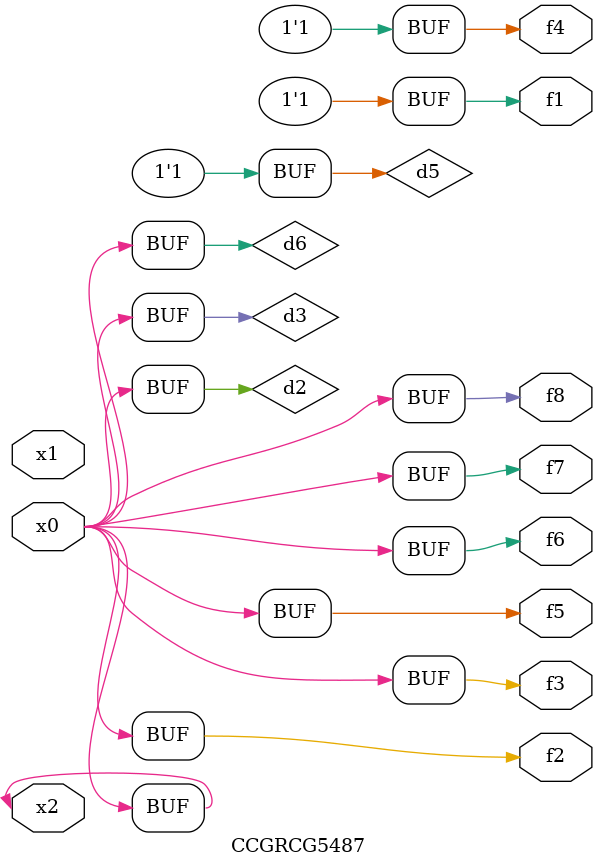
<source format=v>
module CCGRCG5487(
	input x0, x1, x2,
	output f1, f2, f3, f4, f5, f6, f7, f8
);

	wire d1, d2, d3, d4, d5, d6;

	xnor (d1, x2);
	buf (d2, x0, x2);
	and (d3, x0);
	xnor (d4, x1, x2);
	nand (d5, d1, d3);
	buf (d6, d2, d3);
	assign f1 = d5;
	assign f2 = d6;
	assign f3 = d6;
	assign f4 = d5;
	assign f5 = d6;
	assign f6 = d6;
	assign f7 = d6;
	assign f8 = d6;
endmodule

</source>
